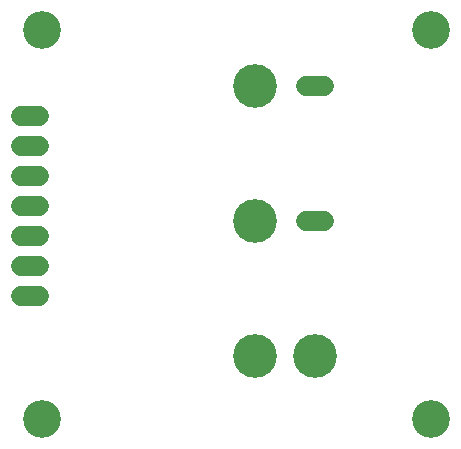
<source format=gbr>
G04 EAGLE Gerber RS-274X export*
G75*
%MOMM*%
%FSLAX34Y34*%
%LPD*%
%INSoldermask Bottom*%
%IPPOS*%
%AMOC8*
5,1,8,0,0,1.08239X$1,22.5*%
G01*
G04 Define Apertures*
%ADD10C,3.203200*%
%ADD11C,1.727200*%
%ADD12C,3.703200*%
D10*
X35000Y365000D03*
X35000Y35000D03*
X365000Y35000D03*
X365000Y365000D03*
D11*
X223520Y88900D02*
X208280Y88900D01*
X259080Y88900D02*
X274320Y88900D01*
X223520Y203200D02*
X208280Y203200D01*
X259080Y203200D02*
X274320Y203200D01*
X223520Y317500D02*
X208280Y317500D01*
X259080Y317500D02*
X274320Y317500D01*
X33020Y292100D02*
X17780Y292100D01*
X17780Y266700D02*
X33020Y266700D01*
X33020Y241300D02*
X17780Y241300D01*
X17780Y215900D02*
X33020Y215900D01*
X33020Y190500D02*
X17780Y190500D01*
X17780Y165100D02*
X33020Y165100D01*
X33020Y139700D02*
X17780Y139700D01*
D12*
X266700Y88900D03*
X215900Y88900D03*
X215900Y203200D03*
X215900Y317500D03*
M02*

</source>
